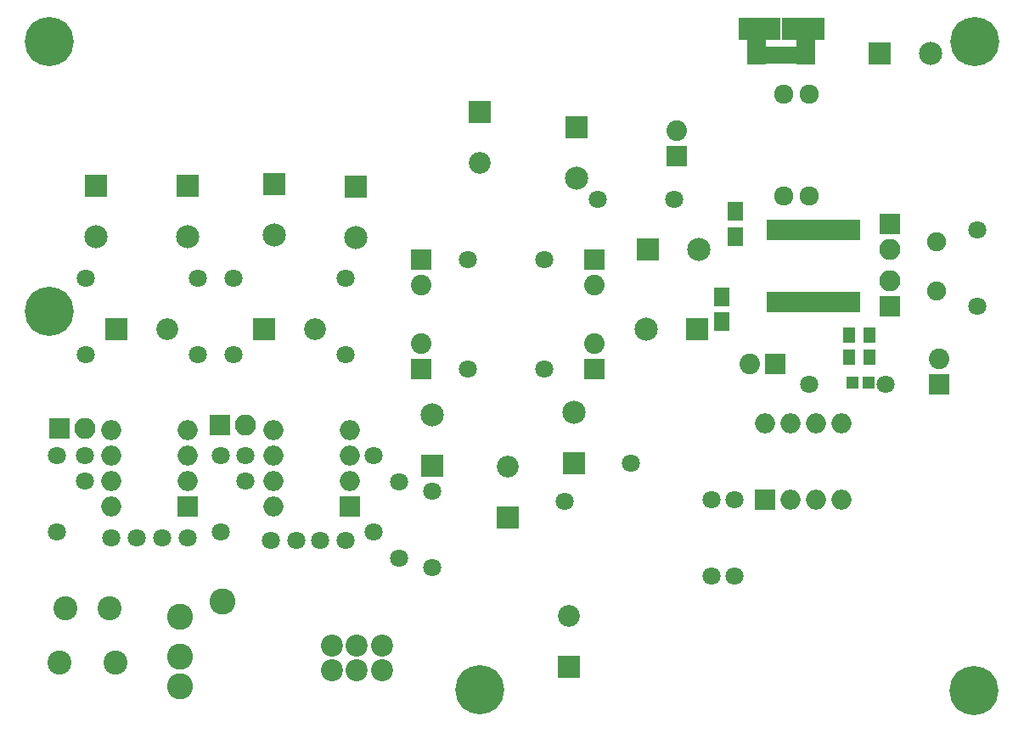
<source format=gts>
%TF.GenerationSoftware,KiCad,Pcbnew,4.0.6+dfsg1-1*%
%TF.CreationDate,2017-11-11T18:30:39+09:00*%
%TF.ProjectId,USB_DAC1,5553425F444143312E6B696361645F70,rev?*%
%TF.FileFunction,Soldermask,Top*%
%FSLAX46Y46*%
G04 Gerber Fmt 4.6, Leading zero omitted, Abs format (unit mm)*
G04 Created by KiCad (PCBNEW 4.0.6+dfsg1-1) date Sat Nov 11 18:30:39 2017*
%MOMM*%
%LPD*%
G01*
G04 APERTURE LIST*
%ADD10C,0.100000*%
%ADD11R,2.178000X2.178000*%
%ADD12C,2.178000*%
%ADD13C,2.400000*%
%ADD14C,4.900880*%
%ADD15R,0.850000X1.780000*%
%ADD16R,1.875000X2.500000*%
%ADD17R,2.775000X2.300000*%
%ADD18R,1.575000X2.300000*%
%ADD19R,0.850000X2.150000*%
%ADD20R,2.100000X2.100000*%
%ADD21O,2.100000X2.100000*%
%ADD22R,2.051000X2.051000*%
%ADD23C,2.051000*%
%ADD24R,1.650000X1.900000*%
%ADD25R,1.200000X1.200000*%
%ADD26C,2.600000*%
%ADD27R,2.305000X2.305000*%
%ADD28C,2.305000*%
%ADD29C,1.797000*%
%ADD30C,2.200000*%
%ADD31R,2.000000X2.000000*%
%ADD32O,2.000000X2.000000*%
%ADD33C,1.900000*%
%ADD34R,1.300000X1.600000*%
%ADD35C,1.924000*%
G04 APERTURE END LIST*
D10*
D11*
X54610000Y5207000D03*
D12*
X54610000Y10287000D03*
D13*
X3798000Y5588000D03*
X4398000Y11088000D03*
X8798000Y11088000D03*
X9398000Y5588000D03*
D14*
X2794000Y40640000D03*
X45720000Y2921000D03*
X94996000Y2794000D03*
X2794000Y67564000D03*
D15*
X77119000Y66234000D03*
X76469000Y66234000D03*
X75819000Y66234000D03*
X75169000Y66234000D03*
X74519000Y66234000D03*
D16*
X78281500Y66594000D03*
X73356500Y66594000D03*
D17*
X78729000Y68894000D03*
X72909000Y68894000D03*
D18*
X76659000Y68894000D03*
X74979000Y68894000D03*
D19*
X83219000Y48812000D03*
X82569000Y48812000D03*
X81919000Y48812000D03*
X81269000Y48812000D03*
X80619000Y48812000D03*
X79969000Y48812000D03*
X79319000Y48812000D03*
X78669000Y48812000D03*
X78019000Y48812000D03*
X77369000Y48812000D03*
X76719000Y48812000D03*
X76069000Y48812000D03*
X75419000Y48812000D03*
X74769000Y48812000D03*
X74769000Y41612000D03*
X75419000Y41612000D03*
X76069000Y41612000D03*
X76719000Y41612000D03*
X77369000Y41612000D03*
X78019000Y41612000D03*
X78669000Y41612000D03*
X79319000Y41612000D03*
X79969000Y41612000D03*
X80619000Y41612000D03*
X81269000Y41612000D03*
X81919000Y41612000D03*
X82569000Y41612000D03*
X83219000Y41612000D03*
D20*
X86614000Y49403000D03*
D21*
X86614000Y46863000D03*
D20*
X86614000Y41148000D03*
D21*
X86614000Y43688000D03*
D22*
X65405000Y56134000D03*
D23*
X65405000Y58674000D03*
D11*
X45720000Y60579000D03*
D12*
X45720000Y55499000D03*
D22*
X91567000Y33401000D03*
D23*
X91567000Y35941000D03*
D11*
X48514000Y20066000D03*
D12*
X48514000Y25146000D03*
D22*
X75184000Y35433000D03*
D23*
X72644000Y35433000D03*
D22*
X57150000Y34925000D03*
D23*
X57150000Y37465000D03*
D24*
X71247000Y50653000D03*
X71247000Y48153000D03*
X69850000Y39644000D03*
X69850000Y42144000D03*
D22*
X39878000Y34925000D03*
D23*
X39878000Y37465000D03*
D22*
X57150000Y45847000D03*
D23*
X57150000Y43307000D03*
D22*
X39878000Y45847000D03*
D23*
X39878000Y43307000D03*
D11*
X9525000Y38862000D03*
D12*
X14605000Y38862000D03*
D20*
X3810000Y28956000D03*
D21*
X6350000Y28956000D03*
D11*
X24257000Y38862000D03*
D12*
X29337000Y38862000D03*
D20*
X19812000Y29337000D03*
D21*
X22352000Y29337000D03*
D25*
X84493000Y33528000D03*
X82893000Y33528000D03*
D26*
X20075000Y11723000D03*
X15875000Y10223000D03*
X15875000Y6223000D03*
X15875000Y3223000D03*
D27*
X85598000Y66421000D03*
D28*
X90678000Y66421000D03*
D27*
X55372000Y59055000D03*
D28*
X55372000Y53975000D03*
D27*
X41021000Y25273000D03*
D28*
X41021000Y30353000D03*
D27*
X55118000Y25527000D03*
D28*
X55118000Y30607000D03*
D27*
X62484000Y46863000D03*
D28*
X67564000Y46863000D03*
D27*
X67437000Y38862000D03*
D28*
X62357000Y38862000D03*
D27*
X7493000Y53213000D03*
D28*
X7493000Y48133000D03*
D27*
X16637000Y53213000D03*
D28*
X16637000Y48133000D03*
D27*
X25273000Y53340000D03*
D28*
X25273000Y48260000D03*
D27*
X33401000Y53086000D03*
D28*
X33401000Y48006000D03*
D29*
X95377000Y41148000D03*
X95377000Y48768000D03*
X57531000Y51816000D03*
X65151000Y51816000D03*
X41021000Y22733000D03*
X41021000Y15113000D03*
X86233000Y33401000D03*
X78613000Y33401000D03*
X71120000Y14224000D03*
X71120000Y21844000D03*
X60830557Y25527000D03*
X54231443Y21717000D03*
X52197000Y45847000D03*
X44577000Y45847000D03*
X44577000Y34925000D03*
X52197000Y34925000D03*
X68834000Y21844000D03*
X68834000Y14224000D03*
X6477000Y43942000D03*
X6477000Y36322000D03*
X17653000Y43942000D03*
X17653000Y36322000D03*
X3556000Y26289000D03*
X3556000Y18669000D03*
X21209000Y43942000D03*
X21209000Y36322000D03*
X32385000Y43942000D03*
X32385000Y36322000D03*
X19939000Y26289000D03*
X19939000Y18669000D03*
X37719000Y23622000D03*
X37719000Y16002000D03*
X35179000Y18669000D03*
X35179000Y26289000D03*
D30*
X35988000Y4826000D03*
X33488000Y4826000D03*
X30988000Y4826000D03*
X35988000Y7326000D03*
X33488000Y7326000D03*
X30988000Y7326000D03*
D31*
X74168000Y21844000D03*
D32*
X81788000Y29464000D03*
X76708000Y21844000D03*
X79248000Y29464000D03*
X79248000Y21844000D03*
X76708000Y29464000D03*
X81788000Y21844000D03*
X74168000Y29464000D03*
D31*
X16637000Y21209000D03*
D32*
X9017000Y28829000D03*
X16637000Y23749000D03*
X9017000Y26289000D03*
X16637000Y26289000D03*
X9017000Y23749000D03*
X16637000Y28829000D03*
X9017000Y21209000D03*
D31*
X32766000Y21209000D03*
D32*
X25146000Y28829000D03*
X32766000Y23749000D03*
X25146000Y26289000D03*
X32766000Y26289000D03*
X25146000Y23749000D03*
X32766000Y28829000D03*
X25146000Y21209000D03*
D33*
X91313000Y47625000D03*
X91313000Y42725000D03*
D34*
X82550000Y36111000D03*
X82550000Y38311000D03*
X84582000Y36111000D03*
X84582000Y38311000D03*
D29*
X32385000Y17780000D03*
X29845000Y17780000D03*
X22352000Y23749000D03*
X22352000Y26289000D03*
X27432000Y17780000D03*
X24892000Y17780000D03*
X6350000Y23749000D03*
X6350000Y26289000D03*
X16637000Y18034000D03*
X14097000Y18034000D03*
X11557000Y18034000D03*
X9017000Y18034000D03*
D14*
X95123000Y67564000D03*
D35*
X76073000Y52197000D03*
X76073000Y62357000D03*
X78613000Y52197000D03*
X78613000Y62357000D03*
M02*

</source>
